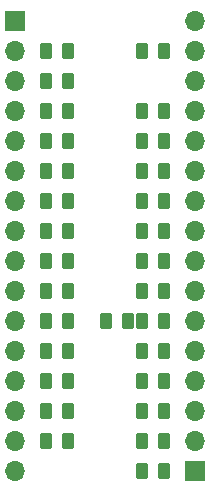
<source format=gbr>
%TF.GenerationSoftware,KiCad,Pcbnew,(6.0.5)*%
%TF.CreationDate,2022-12-17T16:59:51+01:00*%
%TF.ProjectId,DS1245Y_FRAM,44533132-3435-4595-9f46-52414d2e6b69,rev?*%
%TF.SameCoordinates,Original*%
%TF.FileFunction,Soldermask,Bot*%
%TF.FilePolarity,Negative*%
%FSLAX46Y46*%
G04 Gerber Fmt 4.6, Leading zero omitted, Abs format (unit mm)*
G04 Created by KiCad (PCBNEW (6.0.5)) date 2022-12-17 16:59:51*
%MOMM*%
%LPD*%
G01*
G04 APERTURE LIST*
G04 Aperture macros list*
%AMRoundRect*
0 Rectangle with rounded corners*
0 $1 Rounding radius*
0 $2 $3 $4 $5 $6 $7 $8 $9 X,Y pos of 4 corners*
0 Add a 4 corners polygon primitive as box body*
4,1,4,$2,$3,$4,$5,$6,$7,$8,$9,$2,$3,0*
0 Add four circle primitives for the rounded corners*
1,1,$1+$1,$2,$3*
1,1,$1+$1,$4,$5*
1,1,$1+$1,$6,$7*
1,1,$1+$1,$8,$9*
0 Add four rect primitives between the rounded corners*
20,1,$1+$1,$2,$3,$4,$5,0*
20,1,$1+$1,$4,$5,$6,$7,0*
20,1,$1+$1,$6,$7,$8,$9,0*
20,1,$1+$1,$8,$9,$2,$3,0*%
G04 Aperture macros list end*
%ADD10RoundRect,0.250000X-0.262500X-0.450000X0.262500X-0.450000X0.262500X0.450000X-0.262500X0.450000X0*%
%ADD11R,1.700000X1.700000*%
%ADD12O,1.700000X1.700000*%
G04 APERTURE END LIST*
D10*
%TO.C,R12*%
X53951500Y-81788000D03*
X55776500Y-81788000D03*
%TD*%
D11*
%TO.C,J1*%
X51308000Y-51308000D03*
D12*
X51308000Y-53848000D03*
X51308000Y-56388000D03*
X51308000Y-58928000D03*
X51308000Y-61468000D03*
X51308000Y-64008000D03*
X51308000Y-66548000D03*
X51308000Y-69088000D03*
X51308000Y-71628000D03*
X51308000Y-74168000D03*
X51308000Y-76708000D03*
X51308000Y-79248000D03*
X51308000Y-81788000D03*
X51308000Y-84328000D03*
X51308000Y-86868000D03*
X51308000Y-89408000D03*
%TD*%
D10*
%TO.C,R14*%
X53951500Y-86868000D03*
X55776500Y-86868000D03*
%TD*%
%TO.C,R4*%
X53951500Y-61468000D03*
X55776500Y-61468000D03*
%TD*%
%TO.C,R11*%
X53951500Y-79248000D03*
X55776500Y-79248000D03*
%TD*%
%TO.C,R18*%
X62079500Y-53848000D03*
X63904500Y-53848000D03*
%TD*%
%TO.C,R31*%
X62079500Y-89408000D03*
X63904500Y-89408000D03*
%TD*%
%TO.C,R28*%
X62079500Y-81788000D03*
X63904500Y-81788000D03*
%TD*%
%TO.C,R21*%
X62079500Y-64008000D03*
X63904500Y-64008000D03*
%TD*%
%TO.C,R27*%
X62079500Y-79248000D03*
X63904500Y-79248000D03*
%TD*%
%TO.C,R23*%
X62079500Y-69088000D03*
X63904500Y-69088000D03*
%TD*%
%TO.C,R17*%
X59031500Y-76708000D03*
X60856500Y-76708000D03*
%TD*%
%TO.C,R19*%
X62079500Y-58928000D03*
X63904500Y-58928000D03*
%TD*%
%TO.C,R26*%
X62079500Y-76708000D03*
X63904500Y-76708000D03*
%TD*%
%TO.C,R29*%
X62079500Y-84328000D03*
X63904500Y-84328000D03*
%TD*%
%TO.C,R8*%
X53951500Y-71628000D03*
X55776500Y-71628000D03*
%TD*%
%TO.C,R25*%
X62079500Y-74168000D03*
X63904500Y-74168000D03*
%TD*%
%TO.C,R10*%
X53951500Y-76708000D03*
X55776500Y-76708000D03*
%TD*%
%TO.C,R5*%
X53951500Y-64008000D03*
X55776500Y-64008000D03*
%TD*%
%TO.C,R1*%
X53951500Y-53848000D03*
X55776500Y-53848000D03*
%TD*%
%TO.C,R3*%
X53951500Y-58928000D03*
X55776500Y-58928000D03*
%TD*%
%TO.C,R20*%
X62079500Y-61468000D03*
X63904500Y-61468000D03*
%TD*%
%TO.C,R13*%
X53951500Y-84328000D03*
X55776500Y-84328000D03*
%TD*%
%TO.C,R9*%
X53951500Y-74138000D03*
X55776500Y-74138000D03*
%TD*%
%TO.C,R2*%
X53951500Y-56388000D03*
X55776500Y-56388000D03*
%TD*%
%TO.C,R7*%
X53951500Y-69088000D03*
X55776500Y-69088000D03*
%TD*%
D11*
%TO.C,J2*%
X66548000Y-89408000D03*
D12*
X66548000Y-86868000D03*
X66548000Y-84328000D03*
X66548000Y-81788000D03*
X66548000Y-79248000D03*
X66548000Y-76708000D03*
X66548000Y-74168000D03*
X66548000Y-71628000D03*
X66548000Y-69088000D03*
X66548000Y-66548000D03*
X66548000Y-64008000D03*
X66548000Y-61468000D03*
X66548000Y-58928000D03*
X66548000Y-56388000D03*
X66548000Y-53848000D03*
X66548000Y-51308000D03*
%TD*%
D10*
%TO.C,R24*%
X62079500Y-71628000D03*
X63904500Y-71628000D03*
%TD*%
%TO.C,R30*%
X62079500Y-86868000D03*
X63904500Y-86868000D03*
%TD*%
%TO.C,R6*%
X53951500Y-66548000D03*
X55776500Y-66548000D03*
%TD*%
%TO.C,R22*%
X62079500Y-66548000D03*
X63904500Y-66548000D03*
%TD*%
M02*

</source>
